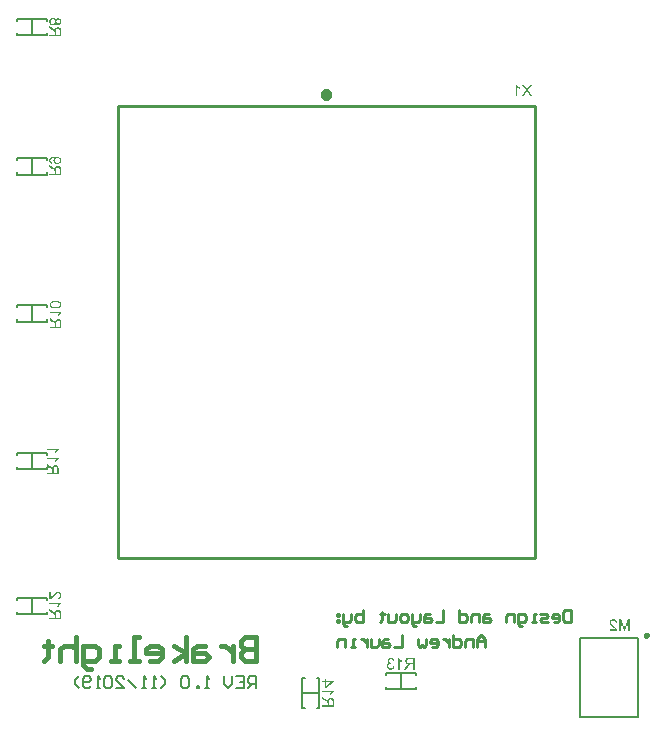
<source format=gbo>
%FSLAX23Y23*%
%MOIN*%
%SFA1B1*%

%IPPOS*%
%ADD10C,0.010000*%
%ADD11C,0.009840*%
%ADD13C,0.005910*%
%ADD14C,0.007870*%
%ADD38C,0.019680*%
%ADD39C,0.015750*%
%LNpcb1-1*%
%LPD*%
G36*
X459Y492D02*
X460Y493D01*
X460Y493*
X461Y494*
X461Y494*
X461Y494*
X461Y494*
X461Y494*
X462Y495*
X462Y495*
X463Y496*
X463Y497*
X464Y497*
X465Y498*
X465Y499*
X466Y499*
X466Y499*
X466Y500*
X466Y500*
X466Y500*
X467Y501*
X468Y502*
X468Y502*
X469Y503*
X470Y504*
X470Y504*
X471Y505*
X471Y505*
X472Y506*
X472Y506*
X472Y506*
X472Y507*
X473Y507*
X473Y507*
X474Y508*
X475Y508*
X475Y509*
X476Y509*
X477Y510*
X477Y510*
X477Y510*
X478Y510*
X478Y510*
X479Y511*
X480Y511*
X481Y511*
X481Y511*
X482Y511*
X482*
X482*
X483Y511*
X484Y511*
X485Y511*
X485Y511*
X487Y510*
X488Y510*
X488Y509*
X488Y509*
X489Y509*
X489Y508*
X489Y508*
X490Y508*
X490Y508*
X490Y508*
X490Y507*
X491Y507*
X491Y506*
X491Y505*
X492Y504*
X492Y502*
X493Y502*
X493Y501*
X493Y500*
X493Y500*
X493Y500*
Y499*
X493Y498*
X493Y497*
X493Y496*
X492Y495*
X492Y495*
X492Y494*
X492Y493*
X491Y493*
X491Y492*
X491Y492*
X491Y491*
X490Y491*
X490Y491*
X490Y490*
X490Y490*
X490Y490*
X489Y490*
X489Y489*
X488Y489*
X487Y488*
X486Y488*
X485Y487*
X484Y487*
X484Y487*
X483Y487*
X483Y487*
X482Y487*
X482*
X482Y487*
X482*
X481Y491*
X482Y492*
X484Y492*
X485Y492*
X485Y492*
X486Y493*
X486Y493*
X487Y493*
X487Y493*
X488Y494*
X488Y495*
X488Y496*
X489Y497*
X489Y498*
X489Y498*
X489Y499*
Y499*
X489Y500*
X489Y501*
X488Y502*
X488Y503*
X488Y503*
X487Y504*
X487Y504*
X487Y504*
X486Y505*
X485Y505*
X485Y506*
X484Y506*
X483Y506*
X483Y506*
X482Y506*
X482*
X482*
X481Y506*
X480Y506*
X479Y506*
X478Y505*
X478Y505*
X477Y504*
X477Y504*
X477Y504*
X477Y504*
X477*
X476Y504*
X475Y503*
X475Y502*
X474Y502*
X473Y500*
X471Y499*
X471Y498*
X470Y498*
X470Y497*
X469Y497*
X469Y496*
X469Y496*
X468Y496*
X468Y496*
X467Y494*
X466Y493*
X465Y492*
X464Y491*
X464Y490*
X463Y490*
X463Y489*
X463Y489*
X463*
X462Y489*
X461Y488*
X460Y487*
X459Y487*
X458Y487*
X458Y486*
X458Y486*
X458Y486*
X458*
X457Y486*
X456Y486*
X456Y486*
X455Y486*
X455Y486*
X455*
X454*
X454*
Y511*
X459*
Y492*
G37*
G36*
X493Y471D02*
X492Y471D01*
X491Y470*
X490Y469*
X489Y469*
X489Y468*
X488Y468*
X488Y467*
X488Y467*
X488Y467*
X488Y467*
X487Y466*
X486Y465*
X485Y464*
X484Y462*
X484Y462*
X484Y461*
X483Y461*
X483Y461*
X483Y460*
X483Y460*
Y460*
X479*
X479Y461*
X479Y462*
X480Y463*
X480Y463*
X480Y464*
X481Y465*
X481Y465*
X481Y465*
Y465*
X482Y466*
X482Y467*
X483Y468*
X483Y468*
X484Y469*
X484Y469*
X484Y470*
X484Y470*
X454*
Y474*
X493*
Y471*
G37*
G36*
X465Y447D02*
X466Y446D01*
X467Y445*
X468Y445*
X468Y444*
X469Y444*
X469Y443*
X470Y443*
X470Y443*
X470Y442*
X470Y442*
X471Y441*
X471Y440*
X472Y440*
X472Y440*
X472Y440*
X472Y441*
X472Y442*
X472Y442*
X473Y443*
X473Y444*
X473Y445*
X473Y445*
X474Y446*
X474Y446*
X474Y447*
X475Y447*
X475Y447*
X475Y448*
X475Y448*
X475Y448*
X475Y448*
X476Y448*
X476Y449*
X477Y449*
X479Y450*
X480Y450*
X481Y450*
X481Y450*
X481*
X482Y450*
X482*
X482*
X482*
X483Y450*
X484Y450*
X485Y450*
X486Y450*
X487Y449*
X487Y449*
X488Y449*
X488Y449*
X488*
X489Y448*
X490Y448*
X490Y447*
X491Y446*
X491Y446*
X491Y445*
X492Y445*
X492Y445*
Y445*
X492Y444*
X492Y443*
X492Y442*
X492Y441*
X493Y440*
X493Y439*
Y438*
X493Y438*
Y420*
X454*
Y425*
X471*
Y431*
X471Y432*
Y432*
X471Y433*
X471Y433*
Y433*
X471Y433*
Y434*
X471Y434*
X471Y435*
X470Y435*
X470Y435*
X470Y436*
X470Y436*
X470Y436*
X470Y436*
X469Y437*
X468Y438*
X468Y438*
X468Y438*
X468Y438*
X467Y438*
X467Y439*
X466Y440*
X465Y440*
X464Y441*
X463Y441*
X463Y442*
X463Y442*
X462Y442*
X462Y442*
X462*
X454Y447*
Y454*
X465Y447*
G37*
G36*
X485Y984D02*
X484Y984D01*
X483Y983*
X482Y982*
X481Y982*
X481Y981*
X480Y981*
X480Y980*
X480Y980*
X480Y980*
X480Y980*
X479Y979*
X478Y978*
X477Y977*
X477Y976*
X476Y975*
X476Y974*
X476Y974*
X475Y974*
X475Y973*
X475Y973*
Y973*
X471*
X471Y974*
X471Y975*
X472Y976*
X472Y977*
X473Y977*
X473Y978*
X473Y978*
X473Y978*
Y978*
X474Y979*
X474Y980*
X475Y981*
X475Y981*
X476Y982*
X476Y982*
X476Y983*
X476Y983*
X446*
Y987*
X485*
Y984*
G37*
G36*
Y954D02*
X484Y954D01*
X483Y953*
X482Y953*
X481Y952*
X481Y951*
X480Y951*
X480Y951*
X480Y950*
X480Y950*
X480Y950*
X479Y949*
X478Y948*
X477Y947*
X477Y946*
X476Y945*
X476Y944*
X476Y944*
X475Y944*
X475Y944*
X475Y943*
Y943*
X471*
X471Y944*
X471Y945*
X472Y946*
X472Y947*
X473Y947*
X473Y948*
X473Y948*
X473Y948*
Y948*
X474Y949*
X474Y950*
X475Y951*
X475Y952*
X476Y952*
X476Y952*
X476Y953*
X476Y953*
X446*
Y958*
X485*
Y954*
G37*
G36*
X457Y930D02*
X458Y929D01*
X459Y929*
X460Y928*
X461Y927*
X461Y927*
X462Y926*
X462Y926*
X462Y926*
X462Y926*
X463Y925*
X463Y924*
X463Y924*
X464Y923*
X464Y923*
X464Y923*
X464Y924*
X464Y925*
X464Y926*
X465Y927*
X465Y927*
X465Y928*
X466Y929*
X466Y929*
X466Y930*
X466Y930*
X467Y930*
X467Y931*
X467Y931*
X467Y931*
X467Y931*
X467Y931*
X468Y932*
X468Y932*
X470Y933*
X471Y933*
X472Y933*
X473Y934*
X473Y934*
X474*
X474Y934*
X474*
X474*
X474*
X475Y934*
X476Y934*
X477Y933*
X478Y933*
X479Y933*
X480Y932*
X480Y932*
X480Y932*
X480*
X481Y931*
X482Y931*
X482Y930*
X483Y929*
X483Y929*
X483Y928*
X484Y928*
X484Y928*
Y928*
X484Y927*
X484Y927*
X484Y926*
X484Y924*
X485Y923*
X485Y922*
Y921*
X485Y921*
Y903*
X446*
Y908*
X463*
Y915*
X463Y915*
Y916*
X463Y916*
X463Y916*
Y917*
X463Y917*
Y917*
X463Y918*
X463Y918*
X463Y918*
X462Y919*
X462Y919*
X462Y919*
X462Y919*
X462Y920*
X461Y920*
X461Y921*
X460Y921*
X460Y922*
X460Y922*
X460Y922*
X459Y922*
X458Y923*
X457Y924*
X456Y924*
X456Y925*
X455Y925*
X455Y925*
X455Y925*
X454Y925*
X454*
X446Y930*
Y937*
X457Y930*
G37*
G36*
X1594Y291D02*
X1595Y291D01*
X1597Y290*
X1598Y290*
X1598Y289*
X1599Y289*
X1599Y289*
X1599Y289*
X1599Y289*
X1600Y289*
X1600Y288*
X1600Y288*
X1601Y287*
X1602Y286*
X1602Y285*
X1603Y284*
X1603Y283*
X1603Y282*
X1603Y282*
X1603Y282*
X1604Y281*
X1604Y281*
Y281*
X1599Y280*
X1599Y281*
X1598Y283*
X1598Y283*
X1598Y284*
X1597Y285*
X1597Y285*
X1597Y285*
X1597Y285*
X1596Y286*
X1595Y286*
X1594Y287*
X1594Y287*
X1593Y287*
X1592Y287*
X1592*
X1591Y287*
X1590Y287*
X1589Y287*
X1589Y286*
X1588Y286*
X1588Y286*
X1588Y285*
X1587Y285*
X1587Y285*
X1586Y284*
X1586Y283*
X1586Y283*
X1586Y282*
X1586Y282*
Y281*
Y281*
Y281*
Y281*
X1586Y280*
X1586Y279*
X1586Y278*
X1587Y277*
X1587Y277*
X1588Y277*
X1588Y276*
X1588Y276*
X1588*
X1589Y276*
X1590Y275*
X1591Y275*
X1592Y275*
X1592Y275*
X1593Y275*
X1594*
X1594Y275*
X1594*
X1595Y271*
X1594Y271*
X1593Y271*
X1593Y271*
X1592Y271*
X1592Y271*
X1592*
X1590Y271*
X1589Y271*
X1588Y270*
X1588Y270*
X1587Y270*
X1587Y269*
X1586Y269*
X1586Y269*
X1585Y268*
X1585Y267*
X1584Y266*
X1584Y266*
X1584Y265*
X1584Y264*
X1584Y264*
Y264*
Y264*
Y264*
X1584Y262*
X1584Y261*
X1585Y260*
X1585Y260*
X1586Y259*
X1586Y258*
X1586Y258*
X1586Y258*
X1587Y257*
X1588Y257*
X1589Y256*
X1590Y256*
X1591Y256*
X1591Y256*
X1592Y256*
X1592*
X1593Y256*
X1594Y256*
X1595Y256*
X1595Y257*
X1596Y257*
X1596Y257*
X1597Y257*
X1597Y257*
X1597Y258*
X1598Y259*
X1598Y260*
X1599Y261*
X1599Y262*
X1599Y262*
X1599Y263*
X1599Y263*
X1599Y263*
X1599Y263*
Y263*
X1604Y263*
X1604Y262*
X1604Y261*
X1603Y259*
X1603Y258*
X1602Y257*
X1602Y257*
X1602Y256*
X1601Y256*
X1601Y256*
X1601Y255*
X1601Y255*
X1601Y255*
X1600Y255*
X1600Y255*
X1600Y254*
X1599Y254*
X1598Y253*
X1598Y253*
X1596Y253*
X1595Y252*
X1594Y252*
X1594Y252*
X1593Y252*
X1593Y252*
X1592Y252*
X1592*
X1591Y252*
X1590Y252*
X1589Y252*
X1588Y252*
X1587Y253*
X1587Y253*
X1586Y253*
X1585Y254*
X1585Y254*
X1584Y254*
X1584Y254*
X1583Y255*
X1583Y255*
X1583Y255*
X1583Y255*
X1583Y255*
X1582Y256*
X1581Y257*
X1581Y257*
X1581Y258*
X1580Y259*
X1580Y260*
X1579Y261*
X1579Y261*
X1579Y262*
X1579Y263*
X1579Y263*
X1579Y263*
Y264*
Y264*
Y264*
X1579Y265*
X1579Y266*
X1580Y267*
X1580Y268*
X1580Y269*
X1581Y270*
X1581Y270*
X1581Y270*
X1582Y271*
X1582Y272*
X1583Y272*
X1584Y273*
X1585Y273*
X1586Y273*
X1586Y273*
X1586Y273*
X1586Y273*
X1586*
X1585Y274*
X1584Y274*
X1584Y275*
X1583Y275*
X1583Y276*
X1582Y276*
X1582Y276*
X1582Y276*
X1582Y277*
X1581Y278*
X1581Y279*
X1581Y280*
X1581Y280*
X1581Y281*
Y281*
Y281*
X1581Y282*
X1581Y283*
X1581Y284*
X1582Y284*
X1582Y285*
X1582Y286*
X1582Y286*
X1582Y286*
X1583Y287*
X1584Y288*
X1584Y288*
X1585Y289*
X1585Y289*
X1586Y289*
X1586Y290*
X1586Y290*
X1586*
X1587Y290*
X1588Y290*
X1589Y291*
X1590Y291*
X1591Y291*
X1592Y291*
X1593*
X1594Y291*
G37*
G36*
X1620Y290D02*
X1620Y289D01*
X1621Y288*
X1622Y288*
X1623Y287*
X1623Y286*
X1623Y286*
X1623Y286*
X1623Y286*
X1624Y286*
X1625Y285*
X1626Y284*
X1627Y283*
X1628Y283*
X1629Y282*
X1629Y282*
X1630Y282*
X1630Y282*
X1630Y281*
X1630Y281*
X1630*
Y277*
X1630Y277*
X1629Y278*
X1628Y278*
X1627Y278*
X1626Y279*
X1626Y279*
X1626Y279*
X1626Y279*
X1625*
X1624Y280*
X1624Y280*
X1623Y281*
X1622Y281*
X1622Y282*
X1621Y282*
X1621Y282*
X1621Y282*
Y252*
X1616*
Y291*
X1619*
X1620Y290*
G37*
G36*
X1671Y252D02*
X1666D01*
Y269*
X1659*
X1658Y269*
X1658*
X1658Y269*
X1657Y269*
X1657*
X1657Y269*
X1657*
X1656Y269*
X1656Y269*
X1655Y269*
X1655Y268*
X1655Y268*
X1655Y268*
X1655Y268*
X1654Y268*
X1654Y268*
X1653Y267*
X1653Y266*
X1652Y266*
X1652Y266*
X1652Y266*
X1652Y265*
X1651Y264*
X1650Y263*
X1650Y262*
X1649Y262*
X1649Y261*
X1649Y261*
X1649Y261*
X1648Y261*
Y260*
X1643Y252*
X1637*
X1644Y263*
X1644Y264*
X1645Y265*
X1646Y266*
X1646Y267*
X1647Y267*
X1647Y268*
X1648Y268*
X1648Y268*
X1648Y268*
X1649Y269*
X1650Y269*
X1650Y270*
X1651Y270*
X1651Y270*
X1651Y270*
X1650Y270*
X1649Y270*
X1648Y271*
X1647Y271*
X1647Y271*
X1646Y271*
X1645Y272*
X1645Y272*
X1644Y272*
X1644Y273*
X1644Y273*
X1643Y273*
X1643Y273*
X1643Y273*
X1643Y273*
X1643Y273*
X1642Y274*
X1642Y275*
X1641Y276*
X1641Y277*
X1640Y278*
X1640Y279*
X1640Y279*
Y280*
X1640Y280*
Y280*
Y280*
Y280*
X1640Y282*
X1640Y283*
X1641Y284*
X1641Y284*
X1641Y285*
X1641Y286*
X1642Y286*
X1642Y286*
Y286*
X1642Y287*
X1643Y288*
X1644Y288*
X1644Y289*
X1645Y289*
X1646Y290*
X1646Y290*
X1646Y290*
X1646*
X1646Y290*
X1647Y290*
X1648Y290*
X1650Y291*
X1651Y291*
X1652Y291*
X1653*
X1653Y291*
X1671*
Y252*
G37*
G36*
X2012Y2201D02*
X2012Y2200D01*
X2013Y2199*
X2014Y2198*
X2014Y2197*
X2015Y2197*
X2015Y2197*
X2015Y2196*
X2015Y2196*
X2015Y2196*
X2016Y2195*
X2018Y2194*
X2019Y2194*
X2020Y2193*
X2021Y2193*
X2021Y2192*
X2021Y2192*
X2022Y2192*
X2022Y2192*
X2022Y2192*
X2022*
Y2187*
X2021Y2188*
X2020Y2188*
X2020Y2188*
X2019Y2189*
X2018Y2189*
X2018Y2189*
X2017Y2190*
X2017Y2190*
X2017*
X2016Y2190*
X2015Y2191*
X2014Y2191*
X2014Y2192*
X2013Y2192*
X2013Y2193*
X2013Y2193*
X2013Y2193*
Y2163*
X2008*
Y2201*
X2011*
X2012Y2201*
G37*
G36*
X2049Y2183D02*
X2063Y2163D01*
X2057*
X2048Y2176*
X2047Y2177*
X2047Y2177*
X2047Y2178*
X2046Y2178*
X2046Y2179*
X2046Y2179*
X2046Y2179*
X2045Y2178*
X2045Y2177*
X2045Y2177*
X2044Y2177*
X2044Y2177*
X2044Y2177*
X2035Y2163*
X2028*
X2043Y2183*
X2029Y2201*
X2035*
X2043Y2191*
X2043Y2190*
X2044Y2189*
X2044Y2189*
X2045Y2188*
X2045Y2188*
X2045Y2187*
X2046Y2187*
X2046Y2187*
X2046Y2187*
X2046Y2188*
X2047Y2189*
X2047Y2190*
X2048Y2190*
X2048Y2191*
X2048Y2191*
X2049Y2191*
X2049Y2191*
Y2191*
X2056Y2201*
X2062*
X2049Y2183*
G37*
G36*
X1377Y214D02*
X1402D01*
Y210*
X1377Y192*
X1373*
Y209*
X1364*
Y214*
X1373*
Y219*
X1377*
Y214*
G37*
G36*
X1402Y179D02*
X1401Y178D01*
X1400Y178*
X1400Y177*
X1399Y176*
X1398Y176*
X1398Y175*
X1397Y175*
X1397Y175*
X1397Y175*
X1397Y175*
X1396Y174*
X1395Y172*
X1394Y171*
X1394Y170*
X1393Y169*
X1393Y169*
X1393Y168*
X1393Y168*
X1393Y168*
X1393Y168*
Y168*
X1388*
X1388Y169*
X1389Y169*
X1389Y170*
X1390Y171*
X1390Y172*
X1390Y172*
X1390Y173*
X1390Y173*
Y173*
X1391Y174*
X1392Y175*
X1392Y175*
X1393Y176*
X1393Y177*
X1393Y177*
X1394Y177*
X1394Y177*
X1364*
Y182*
X1402*
Y179*
G37*
G36*
X1374Y155D02*
X1375Y154D01*
X1376Y153*
X1377Y152*
X1378Y152*
X1378Y151*
X1379Y151*
X1379Y150*
X1379Y150*
X1380Y150*
X1380Y149*
X1381Y148*
X1381Y148*
X1381Y148*
X1381Y147*
X1381Y147*
X1381Y148*
X1381Y149*
X1382Y150*
X1382Y151*
X1382Y152*
X1383Y152*
X1383Y153*
X1383Y153*
X1383Y154*
X1384Y154*
X1384Y155*
X1384Y155*
X1384Y155*
X1385Y155*
X1385Y155*
X1385Y155*
X1385Y156*
X1386Y156*
X1387Y157*
X1388Y157*
X1389Y158*
X1390Y158*
X1391Y158*
X1391*
X1391Y158*
X1391*
X1392*
X1392*
X1393Y158*
X1394Y158*
X1395Y158*
X1396Y157*
X1396Y157*
X1397Y157*
X1397Y157*
X1397Y157*
X1397*
X1398Y156*
X1399Y155*
X1400Y154*
X1400Y154*
X1401Y153*
X1401Y153*
X1401Y152*
X1401Y152*
Y152*
X1401Y152*
X1401Y151*
X1402Y150*
X1402Y149*
X1402Y147*
X1402Y146*
Y146*
X1402Y145*
Y127*
X1364*
Y133*
X1381*
Y139*
X1381Y140*
Y140*
X1381Y141*
X1381Y141*
Y141*
X1380Y141*
Y141*
X1380Y142*
X1380Y142*
X1380Y143*
X1380Y143*
X1380Y143*
X1380Y143*
X1379Y144*
X1379Y144*
X1379Y144*
X1378Y145*
X1378Y146*
X1377Y146*
X1377Y146*
X1377Y146*
X1376Y147*
X1375Y147*
X1374Y148*
X1374Y149*
X1373Y149*
X1372Y149*
X1372Y150*
X1372Y150*
X1372Y150*
X1372*
X1364Y155*
Y161*
X1374Y155*
G37*
G36*
X476Y1481D02*
X477D01*
X478Y1481*
X479Y1481*
X480Y1481*
X480Y1481*
X481Y1481*
X481Y1480*
X482Y1480*
X482Y1480*
X483Y1480*
X483Y1480*
X483Y1480*
X483Y1480*
X483*
X484Y1480*
X486Y1479*
X486Y1479*
X487Y1479*
X488Y1478*
X489Y1478*
X489Y1478*
X489Y1478*
X490Y1477*
X490Y1476*
X491Y1476*
X492Y1475*
X492Y1475*
X492Y1474*
X492Y1474*
X493Y1474*
Y1474*
X493Y1473*
X493Y1472*
X493Y1471*
X494Y1470*
X494Y1470*
X494Y1469*
Y1468*
X494Y1467*
X493Y1466*
X493Y1464*
X493Y1463*
X492Y1463*
X492Y1462*
X492Y1462*
X492Y1462*
X492Y1462*
X492Y1461*
Y1461*
X491Y1460*
X490Y1460*
X489Y1459*
X488Y1458*
X487Y1458*
X486Y1458*
X486Y1458*
X486Y1457*
X485Y1457*
X485Y1457*
X485*
X484Y1457*
X483Y1457*
X482Y1456*
X480Y1456*
X478Y1456*
X477Y1456*
X477Y1456*
X476*
X475Y1456*
X475*
X474*
X474*
X474*
X472Y1456*
X470Y1456*
X469Y1456*
X467Y1456*
X466Y1457*
X464Y1457*
X463Y1457*
X462Y1458*
X461Y1458*
X461Y1458*
X460Y1459*
X459Y1459*
X459Y1459*
X459Y1459*
X459Y1460*
X458Y1460*
X458Y1460*
X457Y1461*
X457Y1462*
X456Y1462*
X456Y1463*
X455Y1464*
X455Y1465*
X455Y1465*
X455Y1466*
X455Y1466*
X455Y1467*
X455Y1467*
X455Y1468*
Y1468*
X455Y1470*
X455Y1471*
X455Y1472*
X456Y1473*
X456Y1474*
X456Y1475*
X456Y1475*
X457Y1475*
X457Y1475*
X457Y1475*
Y1475*
X458Y1476*
X459Y1477*
X460Y1478*
X461Y1478*
X462Y1479*
X462Y1479*
X463Y1479*
X463Y1479*
X463Y1479*
X463Y1480*
X463*
X464Y1480*
X465Y1480*
X467Y1480*
X468Y1481*
X470Y1481*
X471Y1481*
X472Y1481*
X472*
X473Y1481*
X473*
X474*
X474*
X474*
X475*
X476Y1481*
G37*
G36*
X494Y1441D02*
X493Y1440D01*
X492Y1440*
X491Y1439*
X490Y1438*
X490Y1437*
X489Y1437*
X489Y1437*
X489Y1437*
X489Y1437*
X489Y1436*
X488Y1435*
X487Y1434*
X486Y1433*
X485Y1432*
X485Y1431*
X485Y1431*
X484Y1430*
X484Y1430*
X484Y1430*
X484Y1430*
Y1430*
X480*
X480Y1430*
X480Y1431*
X481Y1432*
X481Y1433*
X481Y1434*
X482Y1434*
X482Y1434*
X482Y1435*
Y1435*
X483Y1436*
X483Y1436*
X484Y1437*
X484Y1438*
X485Y1438*
X485Y1439*
X485Y1439*
X485Y1439*
X455*
Y1444*
X494*
Y1441*
G37*
G36*
X466Y1416D02*
X467Y1416D01*
X468Y1415*
X469Y1414*
X469Y1414*
X470Y1413*
X470Y1413*
X471Y1412*
X471Y1412*
X471Y1412*
X471Y1411*
X472Y1410*
X472Y1410*
X473Y1409*
X473Y1409*
X473Y1409*
X473Y1410*
X473Y1411*
X473Y1412*
X474Y1413*
X474Y1413*
X474Y1414*
X474Y1415*
X475Y1415*
X475Y1416*
X475Y1416*
X476Y1417*
X476Y1417*
X476Y1417*
X476Y1417*
X476Y1417*
X476Y1417*
X477Y1418*
X477Y1418*
X478Y1419*
X480Y1419*
X481Y1420*
X482Y1420*
X482Y1420*
X482*
X483Y1420*
X483*
X483*
X483*
X484Y1420*
X485Y1420*
X486Y1419*
X487Y1419*
X488Y1419*
X488Y1419*
X489Y1418*
X489Y1418*
X489*
X490Y1418*
X491Y1417*
X491Y1416*
X492Y1416*
X492Y1415*
X492Y1415*
X493Y1414*
X493Y1414*
Y1414*
X493Y1414*
X493Y1413*
X493Y1412*
X493Y1410*
X494Y1409*
X494Y1408*
Y1408*
X494Y1407*
Y1389*
X455*
Y1394*
X472*
Y1401*
X472Y1402*
Y1402*
X472Y1402*
X472Y1403*
Y1403*
X472Y1403*
Y1403*
X472Y1404*
X472Y1404*
X471Y1405*
X471Y1405*
X471Y1405*
X471Y1405*
X471Y1405*
X471Y1406*
X470Y1406*
X469Y1407*
X469Y1407*
X469Y1408*
X469Y1408*
X468Y1408*
X468Y1409*
X467Y1409*
X466Y1410*
X465Y1410*
X464Y1411*
X464Y1411*
X464Y1411*
X463Y1412*
X463Y1412*
X463*
X455Y1417*
Y1423*
X466Y1416*
G37*
G36*
X477Y1962D02*
X478Y1962D01*
X479Y1962*
X480Y1962*
X481Y1962*
X482Y1961*
X482Y1961*
X483Y1961*
X483Y1961*
X484Y1961*
X484Y1961*
X485Y1961*
X485Y1960*
X485Y1960*
X485*
X486Y1960*
X487Y1959*
X488Y1958*
X489Y1957*
X490Y1957*
X490Y1956*
X491Y1956*
X491Y1956*
X491Y1956*
Y1956*
X491Y1955*
X492Y1953*
X492Y1952*
X493Y1951*
X493Y1950*
X493Y1950*
Y1950*
X493Y1949*
Y1949*
X493Y1948*
X493Y1947*
X492Y1946*
X492Y1945*
X492Y1944*
X491Y1943*
X491Y1943*
X491Y1942*
X490Y1942*
X490Y1941*
X490Y1941*
X490Y1941*
X489Y1940*
X489Y1940*
X489Y1940*
X489Y1940*
X488Y1939*
X487Y1939*
X486Y1938*
X485Y1938*
X485Y1938*
X483Y1937*
X482Y1937*
X482Y1937*
X481Y1937*
X481Y1937*
X480Y1937*
X480*
X480*
X480*
X479Y1937*
X478Y1937*
X477Y1937*
X476Y1937*
X475Y1938*
X474Y1938*
X474Y1938*
X473Y1939*
X473Y1939*
X472Y1939*
X472Y1939*
X471Y1940*
X471Y1940*
X471Y1940*
X471Y1940*
X471Y1940*
X470Y1941*
X470Y1941*
X469Y1942*
X469Y1943*
X468Y1943*
X468Y1944*
X468Y1945*
X468Y1946*
X467Y1946*
X467Y1947*
X467Y1947*
X467Y1948*
Y1948*
X467Y1949*
X467Y1950*
X468Y1951*
X468Y1952*
X468Y1953*
X468Y1953*
X469Y1953*
X469Y1953*
X469Y1954*
X470Y1955*
X470Y1956*
X471Y1956*
X472Y1957*
X472Y1957*
X472Y1957*
X472Y1957*
X472*
X472*
X471*
X471*
X470Y1957*
X469Y1957*
X468Y1957*
X467Y1957*
X467Y1957*
X466Y1957*
X466Y1957*
X466*
X466Y1957*
X466*
X465Y1956*
X464Y1956*
X463Y1956*
X462Y1956*
X462Y1955*
X461Y1955*
X461Y1955*
X461Y1955*
X460Y1954*
X460Y1954*
X460Y1954*
X459Y1953*
X459Y1953*
X459Y1952*
X458Y1952*
X458Y1952*
X458Y1952*
X458Y1951*
X458Y1950*
X458Y1950*
X458Y1949*
X457Y1949*
Y1948*
X458Y1948*
X458Y1947*
X458Y1946*
X458Y1945*
X458Y1945*
X459Y1945*
X459Y1944*
X459Y1944*
X459Y1944*
X460Y1943*
X461Y1943*
X462Y1943*
X462Y1942*
X463Y1942*
X463Y1942*
X463*
X463Y1942*
X463*
X463Y1938*
X462Y1938*
X460Y1938*
X459Y1939*
X458Y1939*
X457Y1940*
X457Y1940*
X457Y1940*
X456Y1941*
X456Y1941*
X456Y1941*
X456Y1941*
X456Y1941*
X455Y1942*
X455Y1943*
X454Y1945*
X454Y1946*
X454Y1947*
X454Y1947*
Y1948*
X454Y1948*
Y1948*
X454Y1950*
X454Y1951*
X454Y1953*
X455Y1954*
X455Y1954*
X455Y1954*
X455Y1955*
X456Y1955*
X456Y1955*
X456Y1956*
X456Y1956*
Y1956*
X457Y1957*
X458Y1958*
X459Y1959*
X460Y1959*
X461Y1960*
X461Y1960*
X462Y1960*
X462Y1960*
X462Y1960*
X462Y1960*
X462*
X463Y1961*
X464Y1961*
X466Y1961*
X468Y1962*
X470Y1962*
X471Y1962*
X472Y1962*
X472*
X473Y1962*
X473*
X474*
X474*
X474*
X475*
X477Y1962*
G37*
G36*
X465Y1927D02*
X466Y1926D01*
X467Y1926*
X468Y1925*
X468Y1924*
X469Y1924*
X469Y1923*
X470Y1923*
X470Y1923*
X470Y1923*
X470Y1922*
X471Y1921*
X471Y1921*
X472Y1920*
X472Y1920*
X472Y1920*
X472Y1921*
X472Y1922*
X472Y1923*
X473Y1924*
X473Y1924*
X473Y1925*
X473Y1926*
X474Y1926*
X474Y1927*
X474Y1927*
X475Y1927*
X475Y1928*
X475Y1928*
X475Y1928*
X475Y1928*
X475Y1928*
X476Y1929*
X476Y1929*
X477Y1930*
X479Y1930*
X480Y1930*
X481Y1931*
X481Y1931*
X481*
X482Y1931*
X482*
X482*
X482*
X483Y1931*
X484Y1931*
X485Y1930*
X486Y1930*
X487Y1930*
X487Y1929*
X488Y1929*
X488Y1929*
X488*
X489Y1929*
X490Y1928*
X490Y1927*
X491Y1926*
X491Y1926*
X491Y1925*
X492Y1925*
X492Y1925*
Y1925*
X492Y1924*
X492Y1924*
X492Y1923*
X492Y1921*
X493Y1920*
X493Y1919*
Y1918*
X493Y1918*
Y1900*
X454*
Y1905*
X471*
Y1912*
X471Y1912*
Y1913*
X471Y1913*
X471Y1913*
Y1914*
X471Y1914*
Y1914*
X471Y1915*
X471Y1915*
X470Y1915*
X470Y1916*
X470Y1916*
X470Y1916*
X470Y1916*
X470Y1917*
X469Y1917*
X468Y1918*
X468Y1918*
X468Y1919*
X468Y1919*
X467Y1919*
X467Y1919*
X466Y1920*
X465Y1921*
X464Y1921*
X463Y1922*
X463Y1922*
X463Y1922*
X462Y1922*
X462Y1922*
X462*
X454Y1928*
Y1934*
X465Y1927*
G37*
G36*
X466Y2425D02*
X468Y2424D01*
X469Y2424*
X470Y2424*
X470Y2423*
X471Y2423*
X471Y2423*
X471Y2423*
X471*
X472Y2422*
X473Y2421*
X474Y2420*
X474Y2419*
X474Y2419*
X475Y2418*
X475Y2418*
X475Y2418*
X475Y2418*
Y2417*
X475Y2418*
X476Y2419*
X476Y2420*
X477Y2421*
X477Y2421*
X478Y2421*
X478Y2422*
X478Y2422*
X479Y2422*
X480Y2423*
X480Y2423*
X481Y2423*
X482Y2423*
X482Y2423*
X483*
X483*
X483*
X483Y2423*
X484Y2423*
X486Y2423*
X487Y2422*
X488Y2422*
X489Y2421*
X489Y2421*
X489Y2421*
X490Y2420*
X490Y2420*
X490Y2420*
X490Y2420*
X490Y2419*
X491Y2419*
X491Y2418*
X492Y2417*
X492Y2416*
X492Y2415*
X493Y2414*
X493Y2414*
X493Y2413*
X493Y2413*
X493Y2412*
Y2412*
X493Y2411*
X493Y2410*
X492Y2409*
X492Y2408*
X492Y2407*
X492Y2407*
X491Y2406*
X491Y2406*
X491Y2405*
X491Y2405*
X490Y2404*
X490Y2404*
X490Y2404*
X490Y2404*
X490Y2404*
X489Y2403*
X489Y2403*
X488Y2403*
X488Y2402*
X486Y2402*
X485Y2401*
X484Y2401*
X484Y2401*
X484Y2401*
X483Y2401*
X483*
X483*
X483*
X482Y2401*
X481Y2401*
X480Y2401*
X479Y2402*
X479Y2402*
X478Y2402*
X478Y2402*
X478Y2402*
X477Y2403*
X477Y2404*
X476Y2404*
X476Y2405*
X475Y2406*
X475Y2406*
X475Y2406*
X475Y2407*
X475Y2407*
Y2407*
X475Y2405*
X474Y2404*
X473Y2403*
X473Y2403*
X472Y2402*
X472Y2402*
X472Y2401*
X472Y2401*
X472*
X471Y2401*
X469Y2400*
X468Y2400*
X467Y2400*
X467Y2399*
X466Y2399*
X466*
X466Y2399*
X465*
X465*
X465*
X464Y2399*
X463Y2400*
X463Y2400*
X462Y2400*
X460Y2400*
X460Y2401*
X459Y2401*
X459Y2401*
X458Y2402*
X458Y2402*
X458Y2402*
X457Y2402*
X457Y2403*
X457Y2403*
X457Y2403*
X456Y2403*
X456Y2404*
X455Y2405*
X455Y2406*
X455Y2406*
X454Y2407*
X454Y2409*
X454Y2409*
X454Y2410*
X454Y2411*
X454Y2411*
X454Y2411*
Y2412*
X454Y2413*
X454Y2414*
X454Y2415*
X454Y2416*
X454Y2417*
X455Y2417*
X455Y2418*
X455Y2419*
X456Y2419*
X456Y2420*
X456Y2420*
X456Y2421*
X457Y2421*
X457Y2421*
X457Y2421*
X457Y2421*
X458Y2422*
X458Y2422*
X459Y2423*
X460Y2423*
X460Y2424*
X461Y2424*
X462Y2424*
X463Y2424*
X463Y2425*
X464Y2425*
X464Y2425*
X465Y2425*
X465*
X465*
X465*
X466Y2425*
G37*
G36*
X465Y2390D02*
X466Y2389D01*
X467Y2388*
X468Y2388*
X468Y2387*
X469Y2386*
X469Y2386*
X470Y2386*
X470Y2386*
X470Y2385*
X470Y2385*
X471Y2384*
X471Y2383*
X472Y2383*
X472Y2383*
X472Y2383*
X472Y2384*
X472Y2385*
X472Y2385*
X473Y2386*
X473Y2387*
X473Y2388*
X473Y2388*
X474Y2389*
X474Y2389*
X474Y2390*
X475Y2390*
X475Y2390*
X475Y2390*
X475Y2391*
X475Y2391*
X475Y2391*
X476Y2391*
X476Y2392*
X477Y2392*
X479Y2393*
X480Y2393*
X481Y2393*
X481Y2393*
X481*
X482Y2393*
X482*
X482*
X482*
X483Y2393*
X484Y2393*
X485Y2393*
X486Y2393*
X487Y2392*
X487Y2392*
X488Y2392*
X488Y2392*
X488*
X489Y2391*
X490Y2390*
X490Y2390*
X491Y2389*
X491Y2388*
X491Y2388*
X492Y2388*
X492Y2388*
Y2388*
X492Y2387*
X492Y2386*
X492Y2385*
X492Y2384*
X493Y2383*
X493Y2381*
Y2381*
X493Y2381*
Y2363*
X454*
Y2368*
X471*
Y2374*
X471Y2375*
Y2375*
X471Y2376*
X471Y2376*
Y2376*
X471Y2376*
Y2376*
X471Y2377*
X471Y2378*
X470Y2378*
X470Y2378*
X470Y2379*
X470Y2379*
X470Y2379*
X470Y2379*
X469Y2380*
X468Y2381*
X468Y2381*
X468Y2381*
X468Y2381*
X467Y2381*
X467Y2382*
X466Y2383*
X465Y2383*
X464Y2384*
X463Y2384*
X463Y2385*
X463Y2385*
X462Y2385*
X462Y2385*
X462*
X454Y2390*
Y2396*
X465Y2390*
G37*
G36*
X2335Y420D02*
X2336Y420D01*
X2336Y420*
X2337Y420*
X2338Y419*
X2339Y419*
X2339Y419*
X2340Y419*
X2341Y418*
X2341Y418*
X2341Y418*
X2342Y418*
X2342Y417*
X2342Y417*
X2342Y417*
X2342Y417*
X2343Y417*
X2343Y416*
X2344Y415*
X2344Y415*
X2345Y413*
X2345Y412*
X2346Y411*
X2346Y411*
X2346Y410*
X2346Y410*
X2346Y409*
Y409*
X2346Y409*
Y409*
X2341Y408*
X2341Y410*
X2341Y411*
X2341Y412*
X2340Y413*
X2340Y413*
X2340Y414*
X2339Y414*
X2339Y414*
X2338Y415*
X2337Y415*
X2337Y416*
X2336Y416*
X2335Y416*
X2334Y416*
X2334Y416*
X2334*
X2333Y416*
X2331Y416*
X2331Y415*
X2330Y415*
X2329Y415*
X2329Y414*
X2329Y414*
X2328Y414*
X2328Y413*
X2327Y413*
X2327Y412*
X2327Y411*
X2326Y410*
X2326Y410*
X2326Y410*
Y409*
Y409*
X2326Y408*
X2327Y407*
X2327Y406*
X2327Y406*
X2328Y405*
X2328Y404*
X2328Y404*
X2329Y404*
X2329Y404*
Y404*
X2329Y403*
X2330Y402*
X2330Y402*
X2331Y401*
X2332Y400*
X2334Y398*
X2334Y398*
X2335Y397*
X2336Y397*
X2336Y396*
X2337Y396*
X2337Y396*
X2337Y396*
X2337Y396*
X2339Y394*
X2340Y393*
X2341Y392*
X2342Y391*
X2342Y391*
X2343Y390*
X2343Y390*
X2343Y390*
Y390*
X2344Y389*
X2345Y388*
X2345Y387*
X2346Y386*
X2346Y386*
X2346Y385*
X2346Y385*
X2346Y385*
Y385*
X2347Y384*
X2347Y384*
X2347Y383*
X2347Y382*
X2347Y382*
Y382*
Y381*
Y381*
X2322*
Y386*
X2340*
X2340Y387*
X2339Y387*
X2339Y388*
X2339Y388*
X2339Y388*
X2338Y388*
X2338Y388*
X2338Y389*
X2338Y389*
X2337Y390*
X2336Y391*
X2335Y391*
X2334Y392*
X2334Y392*
X2334Y393*
X2333Y393*
X2333Y393*
X2333Y393*
X2333Y393*
X2332Y394*
X2331Y395*
X2330Y396*
X2330Y396*
X2329Y397*
X2328Y397*
X2328Y398*
X2327Y398*
X2327Y399*
X2327Y399*
X2326Y399*
X2326Y400*
X2326Y400*
X2326Y400*
X2325Y401*
X2324Y402*
X2324Y403*
X2323Y403*
X2323Y404*
X2323Y404*
X2323Y405*
X2323Y405*
X2322Y406*
X2322Y406*
X2322Y407*
X2322Y408*
X2322Y408*
X2322Y409*
Y409*
Y409*
X2322Y410*
X2322Y411*
X2322Y412*
X2322Y412*
X2323Y414*
X2323Y415*
X2324Y415*
X2324Y416*
X2324Y416*
X2324Y416*
X2325Y417*
X2325Y417*
X2325Y417*
X2325Y417*
X2325Y417*
X2326Y418*
X2327Y418*
X2328Y419*
X2329Y419*
X2330Y420*
X2331Y420*
X2332Y420*
X2332Y420*
X2333Y420*
X2333Y420*
X2334*
X2335Y420*
G37*
G36*
X2389Y381D02*
X2384D01*
Y414*
X2373Y381*
X2369*
X2358Y414*
Y381*
X2353*
Y420*
X2359*
X2369Y393*
X2369Y392*
X2370Y390*
X2370Y389*
X2370Y388*
X2370Y388*
X2371Y387*
X2371Y387*
X2371Y387*
X2371Y388*
X2371Y389*
X2372Y389*
X2372Y390*
X2372Y391*
X2372Y392*
X2372Y392*
X2373Y392*
X2373Y392*
Y393*
X2382Y420*
X2389*
Y381*
G37*
%LNpcb1-2*%
%LPC*%
G36*
X482Y445D02*
X482D01*
X482*
X481Y445*
X481Y445*
X480Y445*
X480Y445*
X479Y445*
X479Y444*
X479Y444*
X479Y444*
X478Y444*
X478Y443*
X477Y443*
X477Y442*
X477Y442*
X476Y442*
X476Y441*
X476Y441*
X476Y440*
X476Y440*
X476Y439*
X476Y438*
X476Y437*
X476Y436*
Y425*
X488*
Y437*
X488Y438*
X488Y440*
X488Y441*
X487Y442*
X487Y442*
X487Y443*
X487Y443*
X487Y443*
X486Y444*
X485Y444*
X484Y445*
X484Y445*
X483Y445*
X483Y445*
X482Y445*
G37*
G36*
X474Y929D02*
X474D01*
X474*
X474Y928*
X473Y928*
X472Y928*
X472Y928*
X471Y928*
X471Y928*
X471Y928*
X471Y927*
X470Y927*
X470Y927*
X469Y926*
X469Y926*
X469Y925*
X469Y925*
X469Y925*
X468Y924*
X468Y924*
X468Y923*
X468Y922*
X468Y921*
X468Y920*
X468Y920*
Y908*
X480*
Y920*
X480Y922*
X480Y923*
X480Y924*
X480Y925*
X479Y926*
X479Y926*
X479Y926*
X479Y927*
X478Y927*
X477Y928*
X476Y928*
X476Y928*
X475Y928*
X475Y928*
X474Y929*
G37*
G36*
X1666Y287D02*
X1654D01*
X1652Y287*
X1651Y286*
X1650Y286*
X1649Y286*
X1648Y285*
X1648Y285*
X1647Y285*
X1647Y285*
X1647Y284*
X1646Y283*
X1646Y283*
X1646Y282*
X1645Y281*
X1645Y281*
X1645Y280*
Y280*
Y280*
X1645Y280*
X1645Y279*
X1646Y278*
X1646Y278*
X1646Y277*
X1646Y277*
X1646Y277*
X1646Y277*
X1647Y276*
X1647Y276*
X1648Y275*
X1648Y275*
X1649Y275*
X1649Y275*
X1649Y275*
X1649Y275*
X1650Y274*
X1651Y274*
X1652Y274*
X1653Y274*
X1654Y274*
X1654Y274*
X1666*
Y287*
G37*
G36*
X1394Y209D02*
X1377D01*
Y197*
X1394Y209*
G37*
G36*
X1392Y153D02*
X1392D01*
X1392*
X1391Y153*
X1390Y153*
X1390Y153*
X1389Y152*
X1389Y152*
X1388Y152*
X1388Y152*
X1388Y152*
X1388Y151*
X1387Y151*
X1387Y150*
X1386Y150*
X1386Y150*
X1386Y149*
X1386Y149*
X1386Y149*
X1386Y148*
X1385Y147*
X1385Y146*
X1385Y145*
X1385Y145*
X1385Y144*
Y133*
X1398*
Y145*
X1398Y146*
X1398Y147*
X1397Y149*
X1397Y149*
X1397Y150*
X1396Y151*
X1396Y151*
X1396Y151*
X1395Y152*
X1395Y152*
X1394Y152*
X1393Y153*
X1392Y153*
X1392Y153*
X1392Y153*
G37*
G36*
X475Y1476D02*
X475D01*
X474*
X474*
X474*
X472*
X471Y1476*
X469Y1476*
X468Y1476*
X467Y1476*
X466Y1475*
X465Y1475*
X464Y1475*
X464Y1475*
X463Y1475*
X463Y1474*
X462Y1474*
X462Y1474*
X462Y1474*
X462Y1474*
X462*
X461Y1473*
X461Y1473*
X460Y1473*
X460Y1472*
X459Y1471*
X459Y1470*
X459Y1470*
X458Y1469*
X458Y1469*
Y1468*
X458Y1468*
X459Y1467*
X459Y1466*
X459Y1465*
X460Y1464*
X461Y1464*
X461Y1463*
X461Y1463*
X461Y1463*
X462*
X462Y1463*
X463Y1462*
X464Y1462*
X465Y1462*
X466Y1461*
X467Y1461*
X469Y1461*
X470Y1461*
X471Y1461*
X472Y1461*
X473*
X473Y1461*
X474*
X474*
X474*
X476Y1461*
X477Y1461*
X479Y1461*
X480Y1461*
X481Y1461*
X482Y1461*
X483Y1462*
X484Y1462*
X485Y1462*
X486Y1462*
X486Y1463*
X486Y1463*
X487Y1463*
X487Y1463*
X487Y1463*
X487*
X488Y1463*
X488Y1464*
X488Y1464*
X489Y1465*
X489Y1466*
X490Y1466*
X490Y1467*
X490Y1468*
X490Y1468*
Y1468*
X490Y1469*
X490Y1470*
X490Y1470*
X489Y1471*
X489Y1472*
X488Y1472*
X488Y1473*
X487Y1474*
X487Y1474*
X487Y1474*
X487Y1474*
X487*
X486Y1474*
X485Y1475*
X484Y1475*
X483Y1475*
X482Y1475*
X481Y1476*
X479Y1476*
X478Y1476*
X477Y1476*
X476Y1476*
X476*
X475Y1476*
G37*
G36*
X483Y1415D02*
X483D01*
X483*
X482Y1415*
X482Y1415*
X481Y1414*
X481Y1414*
X480Y1414*
X480Y1414*
X480Y1414*
X480Y1414*
X479Y1413*
X479Y1413*
X478Y1412*
X478Y1412*
X478Y1411*
X477Y1411*
X477Y1411*
X477Y1411*
X477Y1410*
X477Y1409*
X477Y1408*
X477Y1407*
X477Y1406*
X477Y1406*
Y1394*
X489*
Y1406*
X489Y1408*
X489Y1409*
X489Y1410*
X488Y1411*
X488Y1412*
X488Y1412*
X488Y1413*
X488Y1413*
X487Y1413*
X486Y1414*
X485Y1414*
X485Y1415*
X484Y1415*
X484Y1415*
X483Y1415*
G37*
G36*
X480Y1957D02*
X480D01*
X480*
X480*
X479Y1957*
X477Y1957*
X476Y1956*
X475Y1956*
X475Y1955*
X474Y1955*
X474Y1955*
X474Y1955*
X473Y1954*
X472Y1953*
X472Y1952*
X472Y1951*
X472Y1950*
X471Y1950*
X471Y1950*
Y1949*
X472Y1948*
X472Y1947*
X472Y1946*
X473Y1945*
X473Y1945*
X473Y1944*
X474Y1944*
X474Y1944*
X475Y1943*
X476Y1943*
X477Y1942*
X478Y1942*
X478Y1942*
X479Y1942*
X479*
X479Y1942*
X479*
X480*
X480*
X481Y1942*
X482Y1942*
X484Y1942*
X485Y1943*
X485Y1943*
X486Y1944*
X486Y1944*
X486Y1944*
X486Y1944*
X486*
X487Y1944*
X487Y1945*
X488Y1946*
X488Y1947*
X489Y1948*
X489Y1948*
X489Y1949*
X489Y1949*
Y1950*
X489Y1951*
X489Y1952*
X488Y1952*
X488Y1953*
X487Y1954*
X487Y1954*
X487Y1955*
X487Y1955*
X487*
X486Y1955*
X485Y1956*
X483Y1956*
X482Y1957*
X481Y1957*
X481Y1957*
X481*
X480Y1957*
G37*
G36*
X482Y1926D02*
X482D01*
X482*
X481Y1926*
X481Y1925*
X480Y1925*
X480Y1925*
X479Y1925*
X479Y1925*
X479Y1925*
X479Y1925*
X478Y1924*
X478Y1924*
X477Y1923*
X477Y1923*
X477Y1922*
X476Y1922*
X476Y1922*
X476Y1922*
X476Y1921*
X476Y1920*
X476Y1919*
X476Y1918*
X476Y1917*
X476Y1917*
Y1905*
X488*
Y1917*
X488Y1919*
X488Y1920*
X488Y1921*
X487Y1922*
X487Y1923*
X487Y1923*
X487Y1923*
X487Y1924*
X486Y1924*
X485Y1925*
X484Y1925*
X484Y1925*
X483Y1925*
X483Y1926*
X482Y1926*
G37*
G36*
X483Y2418D02*
X483D01*
X483*
X483*
X482Y2418*
X481Y2418*
X480Y2418*
X480Y2417*
X479Y2417*
X479Y2417*
X479Y2417*
X479Y2417*
X478Y2416*
X478Y2415*
X477Y2414*
X477Y2414*
X477Y2413*
X477Y2412*
X477Y2412*
Y2412*
X477Y2411*
X477Y2410*
X477Y2409*
X478Y2409*
X478Y2408*
X478Y2408*
X478Y2408*
X479Y2407*
X479Y2407*
X480Y2406*
X481Y2406*
X481Y2406*
X482Y2406*
X483Y2406*
X483Y2406*
X483*
X483*
X484Y2406*
X485Y2406*
X485Y2406*
X486Y2407*
X486Y2407*
X487Y2407*
X487Y2407*
X487Y2407*
X488Y2408*
X488Y2409*
X488Y2410*
X489Y2410*
X489Y2411*
X489Y2412*
Y2412*
X489Y2413*
X489Y2414*
X488Y2415*
X488Y2415*
X488Y2416*
X487Y2416*
X487Y2416*
X487Y2416*
X486Y2417*
X486Y2418*
X485Y2418*
X484Y2418*
X484Y2418*
X483Y2418*
G37*
G36*
X465Y2420D02*
X465D01*
X465*
X465*
X464Y2420*
X463Y2420*
X462Y2419*
X461Y2419*
X461Y2418*
X460Y2418*
X460Y2418*
X460Y2418*
X459Y2417*
X458Y2416*
X458Y2415*
X458Y2414*
X458Y2413*
X458Y2413*
X457Y2412*
Y2412*
X458Y2411*
X458Y2410*
X458Y2410*
X458Y2409*
X458Y2409*
X458Y2408*
X458Y2408*
X458Y2408*
X459Y2407*
X459Y2407*
X460Y2406*
X460Y2406*
X461Y2405*
X461Y2405*
X461Y2405*
X461Y2405*
X462Y2405*
X463Y2405*
X463Y2404*
X464Y2404*
X465Y2404*
X465Y2404*
X465*
X465*
X466Y2404*
X467Y2405*
X468Y2405*
X469Y2405*
X470Y2406*
X470Y2406*
X471Y2406*
X471Y2406*
X471Y2407*
X472Y2408*
X472Y2409*
X473Y2410*
X473Y2411*
X473Y2411*
X473Y2412*
Y2412*
X473Y2413*
X473Y2414*
X472Y2415*
X472Y2416*
X471Y2417*
X471Y2417*
X471Y2417*
X471Y2418*
X470Y2418*
X469Y2419*
X468Y2419*
X467Y2420*
X466Y2420*
X466Y2420*
X465Y2420*
G37*
G36*
X482Y2388D02*
X482D01*
X482*
X481Y2388*
X481Y2388*
X480Y2388*
X480Y2388*
X479Y2387*
X479Y2387*
X479Y2387*
X479Y2387*
X478Y2387*
X478Y2386*
X477Y2386*
X477Y2385*
X477Y2385*
X476Y2384*
X476Y2384*
X476Y2384*
X476Y2383*
X476Y2382*
X476Y2382*
X476Y2381*
X476Y2380*
X476Y2379*
Y2368*
X488*
Y2380*
X488Y2381*
X488Y2383*
X488Y2384*
X487Y2385*
X487Y2385*
X487Y2386*
X487Y2386*
X487Y2386*
X486Y2387*
X485Y2387*
X484Y2388*
X484Y2388*
X483Y2388*
X483Y2388*
X482Y2388*
G37*
%LNpcb1-3*%
%LPD*%
G54D10*
X2071Y623D02*
Y2132D01*
X684Y623D02*
X2071D01*
X684D02*
Y2132D01*
X2071*
X2194Y450D02*
Y411D01*
X2174*
X2167Y417*
Y444*
X2174Y450*
X2194*
X2135Y411D02*
X2148D01*
X2154Y417*
Y430*
X2148Y437*
X2135*
X2128Y430*
Y424*
X2154*
X2115Y411D02*
X2095D01*
X2089Y417*
X2095Y424*
X2108*
X2115Y430*
X2108Y437*
X2089*
X2076Y411D02*
X2062D01*
X2069*
Y437*
X2076*
X2030Y398D02*
X2023D01*
X2017Y404*
Y437*
X2036*
X2043Y430*
Y417*
X2036Y411*
X2017*
X2003D02*
Y437D01*
X1984*
X1977Y430*
Y411*
X1918Y437D02*
X1905D01*
X1898Y430*
Y411*
X1918*
X1925Y417*
X1918Y424*
X1898*
X1885Y411D02*
Y437D01*
X1866*
X1859Y430*
Y411*
X1820Y450D02*
Y411D01*
X1839*
X1846Y417*
Y430*
X1839Y437*
X1820*
X1767Y450D02*
Y411D01*
X1741*
X1721Y437D02*
X1708D01*
X1702Y430*
Y411*
X1721*
X1728Y417*
X1721Y424*
X1702*
X1689Y437D02*
Y417D01*
X1682Y411*
X1662*
Y404*
X1669Y398*
X1675*
X1662Y411D02*
Y437D01*
X1643Y411D02*
X1630D01*
X1623Y417*
Y430*
X1630Y437*
X1643*
X1649Y430*
Y417*
X1643Y411*
X1610Y437D02*
Y417D01*
X1603Y411*
X1584*
Y437*
X1564Y444D02*
Y437D01*
X1571*
X1557*
X1564*
Y417*
X1557Y411*
X1498Y450D02*
Y411D01*
X1479*
X1472Y417*
Y424*
Y430*
X1479Y437*
X1498*
X1459D02*
Y417D01*
X1452Y411*
X1433*
Y404*
X1439Y398*
X1446*
X1433Y411D02*
Y437D01*
X1420D02*
X1413D01*
Y430*
X1420*
Y437*
Y417D02*
X1413D01*
Y411*
X1420*
Y417*
X1905Y326D02*
Y353D01*
X1892Y366*
X1879Y353*
Y326*
Y346*
X1905*
X1866Y326D02*
Y353D01*
X1846*
X1839Y346*
Y326*
X1800Y366D02*
Y326D01*
X1820*
X1826Y333*
Y346*
X1820Y353*
X1800*
X1787D02*
Y326D01*
Y340*
X1780Y346*
X1774Y353*
X1767*
X1728Y326D02*
X1741D01*
X1748Y333*
Y346*
X1741Y353*
X1728*
X1721Y346*
Y340*
X1748*
X1708Y353D02*
Y333D01*
X1702Y326*
X1695Y333*
X1689Y326*
X1682Y333*
Y353*
X1630Y366D02*
Y326D01*
X1603*
X1584Y353D02*
X1571D01*
X1564Y346*
Y326*
X1584*
X1590Y333*
X1584Y340*
X1564*
X1551Y353D02*
Y333D01*
X1544Y326*
X1525*
Y353*
X1511D02*
Y326D01*
Y340*
X1505Y346*
X1498Y353*
X1492*
X1472Y326D02*
X1459D01*
X1466*
Y353*
X1472*
X1439Y326D02*
Y353D01*
X1420*
X1413Y346*
Y326*
G54D11*
X2448Y366D02*
D01*
X2448Y367*
X2448Y367*
X2448Y367*
X2448Y368*
X2448Y368*
X2448Y368*
X2448Y369*
X2448Y369*
X2448Y369*
X2447Y369*
X2447Y370*
X2447Y370*
X2447Y370*
X2446Y370*
X2446Y370*
X2446Y371*
X2445Y371*
X2445Y371*
X2445Y371*
X2444Y371*
X2444Y371*
X2444Y371*
X2443*
X2443Y371*
X2443Y371*
X2442Y371*
X2442Y371*
X2442Y371*
X2441Y371*
X2441Y370*
X2441Y370*
X2440Y370*
X2440Y370*
X2440Y370*
X2440Y369*
X2440Y369*
X2439Y369*
X2439Y369*
X2439Y368*
X2439Y368*
X2439Y368*
X2439Y367*
X2439Y367*
X2439Y367*
X2439Y366*
X2439Y366*
X2439Y366*
X2439Y365*
X2439Y365*
X2439Y365*
X2439Y364*
X2439Y364*
X2439Y364*
X2440Y363*
X2440Y363*
X2440Y363*
X2440Y363*
X2440Y362*
X2441Y362*
X2441Y362*
X2441Y362*
X2442Y362*
X2442Y362*
X2442Y361*
X2443Y361*
X2443Y361*
X2443Y361*
X2444*
X2444Y361*
X2444Y361*
X2445Y361*
X2445Y362*
X2445Y362*
X2446Y362*
X2446Y362*
X2446Y362*
X2447Y362*
X2447Y363*
X2447Y363*
X2447Y363*
X2448Y363*
X2448Y364*
X2448Y364*
X2448Y364*
X2448Y365*
X2448Y365*
X2448Y365*
X2448Y366*
X2448Y366*
X2448Y366*
G54D13*
X445Y2366D02*
Y2373D01*
X345Y2366D02*
X445D01*
X345D02*
Y2373D01*
Y2413D02*
Y2421D01*
X445*
Y2413D02*
Y2421D01*
X395Y2366D02*
Y2421D01*
X445Y1412D02*
Y1420D01*
X345Y1412D02*
X445D01*
X345D02*
Y1420D01*
Y1460D02*
Y1467D01*
X445*
Y1460D02*
Y1467D01*
X395Y1412D02*
Y1467D01*
X445Y919D02*
Y927D01*
X345Y919D02*
X445D01*
X345D02*
Y927D01*
Y967D02*
Y974D01*
X445*
Y967D02*
Y974D01*
X395Y919D02*
Y974D01*
X445Y437D02*
Y445D01*
X345Y437D02*
X445D01*
X345D02*
Y445D01*
Y485D02*
Y492D01*
X445*
Y485D02*
Y492D01*
X395Y437D02*
Y492D01*
X1575Y235D02*
Y242D01*
X1675*
Y235D02*
Y242D01*
Y187D02*
Y195D01*
X1575Y187D02*
X1675D01*
X1575D02*
Y195D01*
X1625Y187D02*
Y242D01*
X395Y1902D02*
Y1957D01*
X445Y1950D02*
Y1957D01*
X345D02*
X445D01*
X345Y1950D02*
Y1957D01*
Y1902D02*
Y1910D01*
Y1902D02*
X445D01*
Y1910*
X1297Y175D02*
X1352D01*
X1345Y125D02*
X1352D01*
Y225*
X1345D02*
X1352D01*
X1297D02*
X1305D01*
X1297Y125D02*
Y225D01*
Y125D02*
X1305D01*
G54D14*
X2223Y93D02*
X2416D01*
X2223Y356D02*
X2416D01*
X2223Y93D02*
Y356D01*
X2416Y93D02*
Y356D01*
X1142Y189D02*
Y229D01*
X1123*
X1116Y222*
Y209*
X1123Y203*
X1142*
X1129D02*
X1116Y189D01*
X1077Y229D02*
X1103D01*
Y189*
X1077*
X1103Y209D02*
X1090D01*
X1064Y229D02*
Y203D01*
X1050Y189*
X1037Y203*
Y229*
X985Y189D02*
X972D01*
X978*
Y229*
X985Y222*
X952Y189D02*
Y196D01*
X945*
Y189*
X952*
X919Y222D02*
X913Y229D01*
X900*
X893Y222*
Y196*
X900Y189*
X913*
X919Y196*
Y222*
X827Y189D02*
X840Y203D01*
Y216*
X827Y229*
X808Y189D02*
X795D01*
X801*
Y229*
X808Y222*
X775Y189D02*
X762D01*
X768*
Y229*
X775Y222*
X742Y189D02*
X716Y216D01*
X676Y189D02*
X703D01*
X676Y216*
Y222*
X683Y229*
X696*
X703Y222*
X663D02*
X657Y229D01*
X644*
X637Y222*
Y196*
X644Y189*
X657*
X663Y196*
Y222*
X624Y189D02*
X611D01*
X617*
Y229*
X624Y222*
X591Y196D02*
X585Y189D01*
X572*
X565Y196*
Y222*
X572Y229*
X585*
X591Y222*
Y216*
X585Y209*
X565*
X552Y189D02*
X539Y203D01*
Y216*
X552Y229*
G54D38*
X1387Y2167D02*
D01*
X1387Y2168*
X1387Y2169*
X1387Y2169*
X1387Y2170*
X1387Y2171*
X1386Y2171*
X1386Y2172*
X1386Y2173*
X1385Y2173*
X1385Y2174*
X1385Y2174*
X1384Y2175*
X1384Y2175*
X1383Y2176*
X1382Y2176*
X1382Y2176*
X1381Y2177*
X1380Y2177*
X1380Y2177*
X1379Y2177*
X1378Y2177*
X1378Y2177*
X1377*
X1376Y2177*
X1376Y2177*
X1375Y2177*
X1374Y2177*
X1374Y2177*
X1373Y2176*
X1373Y2176*
X1372Y2176*
X1371Y2175*
X1371Y2175*
X1370Y2174*
X1370Y2174*
X1369Y2173*
X1369Y2173*
X1369Y2172*
X1368Y2171*
X1368Y2171*
X1368Y2170*
X1368Y2169*
X1368Y2169*
X1368Y2168*
X1368Y2167*
X1368Y2167*
X1368Y2166*
X1368Y2165*
X1368Y2165*
X1368Y2164*
X1368Y2163*
X1369Y2163*
X1369Y2162*
X1369Y2162*
X1370Y2161*
X1370Y2161*
X1371Y2160*
X1371Y2160*
X1372Y2159*
X1373Y2159*
X1373Y2159*
X1374Y2158*
X1374Y2158*
X1375Y2158*
X1376Y2158*
X1376Y2158*
X1377Y2158*
X1378*
X1378Y2158*
X1379Y2158*
X1380Y2158*
X1380Y2158*
X1381Y2158*
X1382Y2159*
X1382Y2159*
X1383Y2159*
X1384Y2160*
X1384Y2160*
X1385Y2161*
X1385Y2161*
X1385Y2162*
X1386Y2162*
X1386Y2163*
X1386Y2163*
X1387Y2164*
X1387Y2165*
X1387Y2165*
X1387Y2166*
X1387Y2167*
X1387Y2167*
G54D39*
X1144Y359D02*
Y280D01*
X1105*
X1092Y293*
Y306*
X1105Y319*
X1144*
X1105*
X1092Y332*
Y346*
X1105Y359*
X1144*
X1065Y332D02*
Y280D01*
Y306*
X1052Y319*
X1039Y332*
X1026*
X974D02*
X947D01*
X934Y319*
Y280*
X974*
X987Y293*
X974Y306*
X934*
X908Y280D02*
Y359D01*
Y306D02*
X869Y332D01*
X908Y306D02*
X869Y280D01*
X790D02*
X816D01*
X829Y293*
Y319*
X816Y332*
X790*
X777Y319*
Y306*
X829*
X751Y280D02*
X724D01*
X737*
Y359*
X751*
X685Y280D02*
X659D01*
X672*
Y332*
X685*
X593Y254D02*
X580D01*
X567Y267*
Y332*
X606*
X619Y319*
Y293*
X606Y280*
X567*
X541Y359D02*
Y280D01*
Y319*
X528Y332*
X501*
X488Y319*
Y280*
X449Y346D02*
Y332D01*
X462*
X436*
X449*
Y293*
X436Y280*
M02*
</source>
